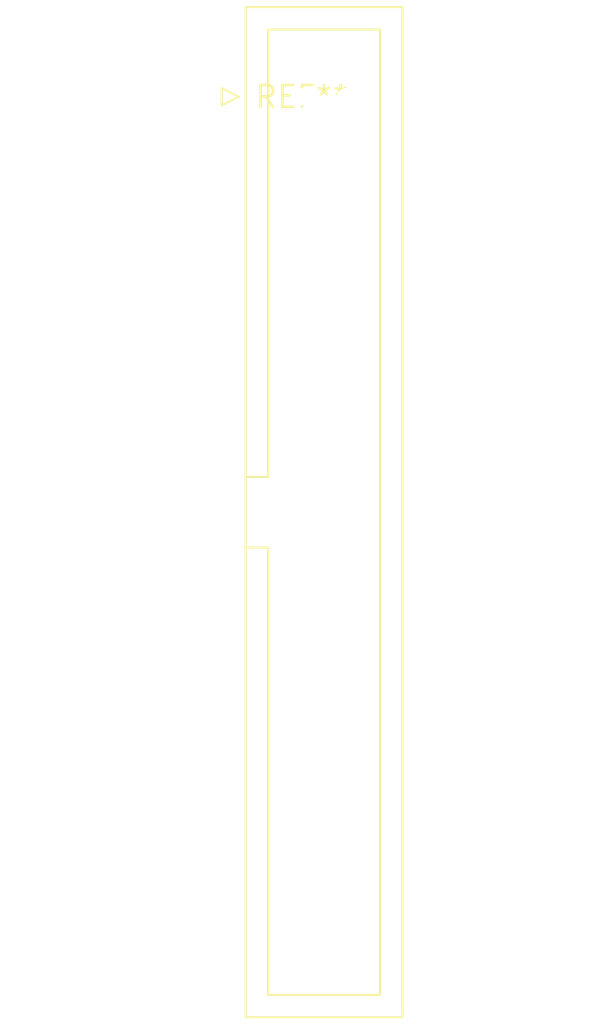
<source format=kicad_pcb>
(kicad_pcb (version 20240108) (generator pcbnew)
  (layers (0 "F.Cu" signal) (31 "B.Cu" signal) (34 "B.Paste" user) (35 "F.Paste" user) (36 "B.SilkS" user "B.Silkscreen") (37 "F.SilkS" user "F.Silkscreen") (38 "B.Mask" user) (39 "F.Mask" user) (44 "Edge.Cuts" user))
  (net 0 "")
  (footprint "IDC-Header_2x20_P2.54mm_Vertical" (layer "F.Cu") (at 0 0)
    (property "Reference" "REF**")
    (property "Value" "IDC-Header_2x20_P2.54mm_Vertical")
    (fp_line (start -4.68 -0.5) (end -4.68 0.5) (layer "F.SilkS") (stroke (width 0.12)))
    (fp_line (start -4.68 0.5) (end -3.68 0) (layer "F.SilkS") (stroke (width 0.12)))
    (fp_line (start -3.68 0) (end -4.68 -0.5) (layer "F.SilkS") (stroke (width 0.12)))
    (fp_line (start -3.29 -5.21) (end 5.83 -5.21) (layer "F.SilkS") (stroke (width 0.12)))
    (fp_line (start -3.29 22.08) (end -1.98 22.08) (layer "F.SilkS") (stroke (width 0.12)))
    (fp_line (start -3.29 53.47) (end -3.29 -5.21) (layer "F.SilkS") (stroke (width 0.12)))
    (fp_line (start -1.98 -3.91) (end 4.52 -3.91) (layer "F.SilkS") (stroke (width 0.12)))
    (fp_line (start -1.98 22.08) (end -1.98 -3.91) (layer "F.SilkS") (stroke (width 0.12)))
    (fp_line (start -1.98 26.18) (end -3.29 26.18) (layer "F.SilkS") (stroke (width 0.12)))
    (fp_line (start -1.98 26.18) (end -1.98 26.18) (layer "F.SilkS") (stroke (width 0.12)))
    (fp_line (start -1.98 52.17) (end -1.98 26.18) (layer "F.SilkS") (stroke (width 0.12)))
    (fp_line (start 4.52 -3.91) (end 4.52 52.17) (layer "F.SilkS") (stroke (width 0.12)))
    (fp_line (start 4.52 52.17) (end -1.98 52.17) (layer "F.SilkS") (stroke (width 0.12)))
    (fp_line (start 5.83 -5.21) (end 5.83 53.47) (layer "F.SilkS") (stroke (width 0.12)))
    (fp_line (start 5.83 53.47) (end -3.29 53.47) (layer "F.SilkS") (stroke (width 0.12)))
    (pad "1" thru_hole roundrect (at 0 0) (size 1.7 1.7) (drill 1) (layers *.Cu *.Mask) (remove_unused_layers) (roundrect_rratio 0.147059))
    (pad "2" thru_hole circle (at 2.54 0) (size 1.7 1.7) (drill 1) (layers *.Cu *.Mask) (remove_unused_layers))
    (pad "3" thru_hole circle (at 0 2.54) (size 1.7 1.7) (drill 1) (layers *.Cu *.Mask) (remove_unused_layers))
    (pad "4" thru_hole circle (at 2.54 2.54) (size 1.7 1.7) (drill 1) (layers *.Cu *.Mask) (remove_unused_layers))
    (pad "5" thru_hole circle (at 0 5.08) (size 1.7 1.7) (drill 1) (layers *.Cu *.Mask) (remove_unused_layers))
    (pad "6" thru_hole circle (at 2.54 5.08) (size 1.7 1.7) (drill 1) (layers *.Cu *.Mask) (remove_unused_layers))
    (pad "7" thru_hole circle (at 0 7.62) (size 1.7 1.7) (drill 1) (layers *.Cu *.Mask) (remove_unused_layers))
    (pad "8" thru_hole circle (at 2.54 7.62) (size 1.7 1.7) (drill 1) (layers *.Cu *.Mask) (remove_unused_layers))
    (pad "9" thru_hole circle (at 0 10.16) (size 1.7 1.7) (drill 1) (layers *.Cu *.Mask) (remove_unused_layers))
    (pad "10" thru_hole circle (at 2.54 10.16) (size 1.7 1.7) (drill 1) (layers *.Cu *.Mask) (remove_unused_layers))
    (pad "11" thru_hole circle (at 0 12.7) (size 1.7 1.7) (drill 1) (layers *.Cu *.Mask) (remove_unused_layers))
    (pad "12" thru_hole circle (at 2.54 12.7) (size 1.7 1.7) (drill 1) (layers *.Cu *.Mask) (remove_unused_layers))
    (pad "13" thru_hole circle (at 0 15.24) (size 1.7 1.7) (drill 1) (layers *.Cu *.Mask) (remove_unused_layers))
    (pad "14" thru_hole circle (at 2.54 15.24) (size 1.7 1.7) (drill 1) (layers *.Cu *.Mask) (remove_unused_layers))
    (pad "15" thru_hole circle (at 0 17.78) (size 1.7 1.7) (drill 1) (layers *.Cu *.Mask) (remove_unused_layers))
    (pad "16" thru_hole circle (at 2.54 17.78) (size 1.7 1.7) (drill 1) (layers *.Cu *.Mask) (remove_unused_layers))
    (pad "17" thru_hole circle (at 0 20.32) (size 1.7 1.7) (drill 1) (layers *.Cu *.Mask) (remove_unused_layers))
    (pad "18" thru_hole circle (at 2.54 20.32) (size 1.7 1.7) (drill 1) (layers *.Cu *.Mask) (remove_unused_layers))
    (pad "19" thru_hole circle (at 0 22.86) (size 1.7 1.7) (drill 1) (layers *.Cu *.Mask) (remove_unused_layers))
    (pad "20" thru_hole circle (at 2.54 22.86) (size 1.7 1.7) (drill 1) (layers *.Cu *.Mask) (remove_unused_layers))
    (pad "21" thru_hole circle (at 0 25.4) (size 1.7 1.7) (drill 1) (layers *.Cu *.Mask) (remove_unused_layers))
    (pad "22" thru_hole circle (at 2.54 25.4) (size 1.7 1.7) (drill 1) (layers *.Cu *.Mask) (remove_unused_layers))
    (pad "23" thru_hole circle (at 0 27.94) (size 1.7 1.7) (drill 1) (layers *.Cu *.Mask) (remove_unused_layers))
    (pad "24" thru_hole circle (at 2.54 27.94) (size 1.7 1.7) (drill 1) (layers *.Cu *.Mask) (remove_unused_layers))
    (pad "25" thru_hole circle (at 0 30.48) (size 1.7 1.7) (drill 1) (layers *.Cu *.Mask) (remove_unused_layers))
    (pad "26" thru_hole circle (at 2.54 30.48) (size 1.7 1.7) (drill 1) (layers *.Cu *.Mask) (remove_unused_layers))
    (pad "27" thru_hole circle (at 0 33.02) (size 1.7 1.7) (drill 1) (layers *.Cu *.Mask) (remove_unused_layers))
    (pad "28" thru_hole circle (at 2.54 33.02) (size 1.7 1.7) (drill 1) (layers *.Cu *.Mask) (remove_unused_layers))
    (pad "29" thru_hole circle (at 0 35.56) (size 1.7 1.7) (drill 1) (layers *.Cu *.Mask) (remove_unused_layers))
    (pad "30" thru_hole circle (at 2.54 35.56) (size 1.7 1.7) (drill 1) (layers *.Cu *.Mask) (remove_unused_layers))
    (pad "31" thru_hole circle (at 0 38.1) (size 1.7 1.7) (drill 1) (layers *.Cu *.Mask) (remove_unused_layers))
    (pad "32" thru_hole circle (at 2.54 38.1) (size 1.7 1.7) (drill 1) (layers *.Cu *.Mask) (remove_unused_layers))
    (pad "33" thru_hole circle (at 0 40.64) (size 1.7 1.7) (drill 1) (layers *.Cu *.Mask) (remove_unused_layers))
    (pad "34" thru_hole circle (at 2.54 40.64) (size 1.7 1.7) (drill 1) (layers *.Cu *.Mask) (remove_unused_layers))
    (pad "35" thru_hole circle (at 0 43.18) (size 1.7 1.7) (drill 1) (layers *.Cu *.Mask) (remove_unused_layers))
    (pad "36" thru_hole circle (at 2.54 43.18) (size 1.7 1.7) (drill 1) (layers *.Cu *.Mask) (remove_unused_layers))
    (pad "37" thru_hole circle (at 0 45.72) (size 1.7 1.7) (drill 1) (layers *.Cu *.Mask) (remove_unused_layers))
    (pad "38" thru_hole circle (at 2.54 45.72) (size 1.7 1.7) (drill 1) (layers *.Cu *.Mask) (remove_unused_layers))
    (pad "39" thru_hole circle (at 0 48.26) (size 1.7 1.7) (drill 1) (layers *.Cu *.Mask) (remove_unused_layers))
    (pad "40" thru_hole circle (at 2.54 48.26) (size 1.7 1.7) (drill 1) (layers *.Cu *.Mask) (remove_unused_layers))
  )
)
</source>
